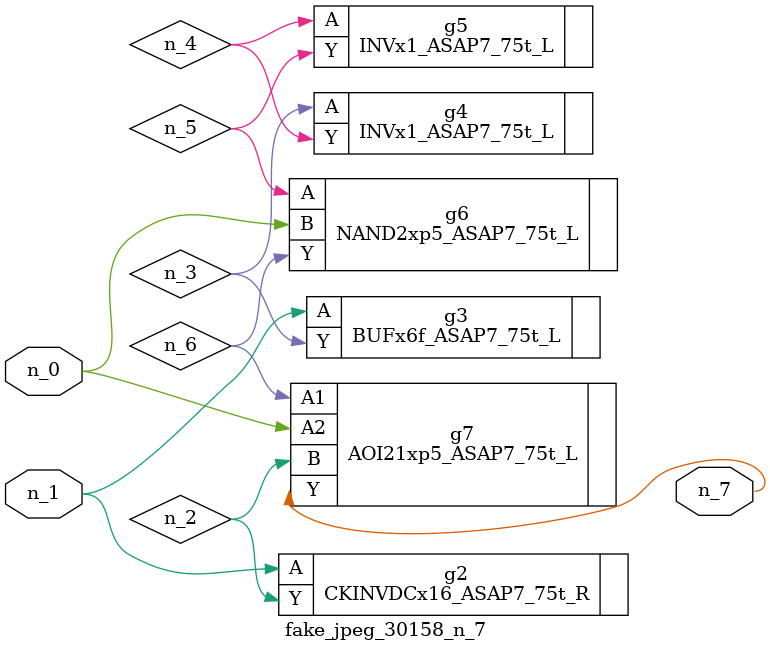
<source format=v>
module fake_jpeg_30158_n_7 (n_0, n_1, n_7);

input n_0;
input n_1;

output n_7;

wire n_3;
wire n_2;
wire n_4;
wire n_6;
wire n_5;

CKINVDCx16_ASAP7_75t_R g2 ( 
.A(n_1),
.Y(n_2)
);

BUFx6f_ASAP7_75t_L g3 ( 
.A(n_1),
.Y(n_3)
);

INVx1_ASAP7_75t_L g4 ( 
.A(n_3),
.Y(n_4)
);

INVx1_ASAP7_75t_L g5 ( 
.A(n_4),
.Y(n_5)
);

NAND2xp5_ASAP7_75t_L g6 ( 
.A(n_5),
.B(n_0),
.Y(n_6)
);

AOI21xp5_ASAP7_75t_L g7 ( 
.A1(n_6),
.A2(n_0),
.B(n_2),
.Y(n_7)
);


endmodule
</source>
